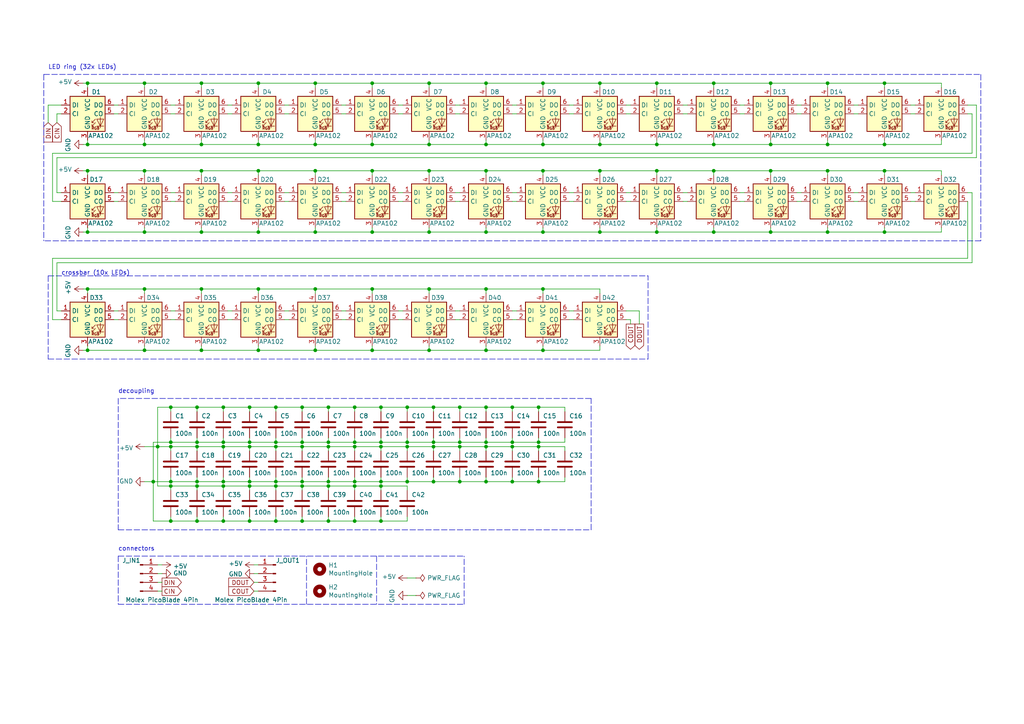
<source format=kicad_sch>
(kicad_sch (version 20211123) (generator eeschema)
  (paper "A4")
  (junction (at 124.46 49.53))
  (junction (at 148.59 129.54))
  (junction (at 80.01 140.97))
  (junction (at 140.97 49.53))
  (junction (at 173.99 41.91))
  (junction (at 157.48 83.82))
  (junction (at 87.63 151.13))
  (junction (at 25.4 41.91))
  (junction (at 223.52 49.53))
  (junction (at 156.21 118.11))
  (junction (at 240.03 49.53))
  (junction (at 240.03 41.91))
  (junction (at 140.97 118.11))
  (junction (at 72.39 128.27))
  (junction (at 223.52 67.31))
  (junction (at 64.77 140.97))
  (junction (at 80.01 139.7))
  (junction (at 140.97 101.6))
  (junction (at 156.21 139.7))
  (junction (at 49.53 151.13))
  (junction (at 157.48 41.91))
  (junction (at 124.46 101.6))
  (junction (at 102.87 151.13))
  (junction (at 190.5 41.91))
  (junction (at 74.93 41.91))
  (junction (at 125.73 129.54))
  (junction (at 58.42 101.6))
  (junction (at 110.49 129.54))
  (junction (at 72.39 139.7))
  (junction (at 110.49 139.7))
  (junction (at 125.73 139.7))
  (junction (at 133.35 139.7))
  (junction (at 57.15 139.7))
  (junction (at 58.42 41.91))
  (junction (at 207.01 49.53))
  (junction (at 74.93 67.31))
  (junction (at 223.52 24.13))
  (junction (at 118.11 128.27))
  (junction (at 58.42 49.53))
  (junction (at 140.97 129.54))
  (junction (at 223.52 41.91))
  (junction (at 74.93 49.53))
  (junction (at 41.91 101.6))
  (junction (at 95.25 129.54))
  (junction (at 156.21 128.27))
  (junction (at 140.97 139.7))
  (junction (at 64.77 139.7))
  (junction (at 95.25 140.97))
  (junction (at 87.63 139.7))
  (junction (at 190.5 67.31))
  (junction (at 118.11 129.54))
  (junction (at 110.49 118.11))
  (junction (at 256.54 41.91))
  (junction (at 133.35 128.27))
  (junction (at 256.54 67.31))
  (junction (at 91.44 101.6))
  (junction (at 157.48 67.31))
  (junction (at 110.49 151.13))
  (junction (at 41.91 41.91))
  (junction (at 240.03 24.13))
  (junction (at 25.4 49.53))
  (junction (at 72.39 140.97))
  (junction (at 133.35 118.11))
  (junction (at 207.01 67.31))
  (junction (at 58.42 83.82))
  (junction (at 157.48 49.53))
  (junction (at 95.25 128.27))
  (junction (at 118.11 139.7))
  (junction (at 41.91 24.13))
  (junction (at 102.87 139.7))
  (junction (at 148.59 139.7))
  (junction (at 256.54 24.13))
  (junction (at 110.49 128.27))
  (junction (at 64.77 128.27))
  (junction (at 157.48 101.6))
  (junction (at 72.39 129.54))
  (junction (at 49.53 139.7))
  (junction (at 240.03 67.31))
  (junction (at 148.59 128.27))
  (junction (at 49.53 129.54))
  (junction (at 87.63 118.11))
  (junction (at 91.44 83.82))
  (junction (at 102.87 140.97))
  (junction (at 91.44 67.31))
  (junction (at 124.46 41.91))
  (junction (at 49.53 118.11))
  (junction (at 64.77 129.54))
  (junction (at 110.49 140.97))
  (junction (at 74.93 101.6))
  (junction (at 41.91 49.53))
  (junction (at 41.91 83.82))
  (junction (at 125.73 128.27))
  (junction (at 57.15 128.27))
  (junction (at 124.46 24.13))
  (junction (at 140.97 83.82))
  (junction (at 25.4 67.31))
  (junction (at 57.15 151.13))
  (junction (at 91.44 24.13))
  (junction (at 80.01 118.11))
  (junction (at 107.95 49.53))
  (junction (at 107.95 101.6))
  (junction (at 25.4 83.82))
  (junction (at 64.77 151.13))
  (junction (at 140.97 128.27))
  (junction (at 256.54 49.53))
  (junction (at 49.53 128.27))
  (junction (at 140.97 41.91))
  (junction (at 102.87 118.11))
  (junction (at 57.15 118.11))
  (junction (at 25.4 24.13))
  (junction (at 57.15 140.97))
  (junction (at 72.39 151.13))
  (junction (at 80.01 128.27))
  (junction (at 74.93 83.82))
  (junction (at 91.44 41.91))
  (junction (at 107.95 24.13))
  (junction (at 87.63 128.27))
  (junction (at 102.87 129.54))
  (junction (at 173.99 24.13))
  (junction (at 64.77 118.11))
  (junction (at 107.95 83.82))
  (junction (at 72.39 118.11))
  (junction (at 124.46 83.82))
  (junction (at 107.95 41.91))
  (junction (at 125.73 118.11))
  (junction (at 80.01 129.54))
  (junction (at 124.46 67.31))
  (junction (at 140.97 67.31))
  (junction (at 157.48 24.13))
  (junction (at 45.72 129.54))
  (junction (at 133.35 129.54))
  (junction (at 58.42 67.31))
  (junction (at 95.25 151.13))
  (junction (at 58.42 24.13))
  (junction (at 156.21 129.54))
  (junction (at 207.01 41.91))
  (junction (at 87.63 129.54))
  (junction (at 140.97 24.13))
  (junction (at 102.87 128.27))
  (junction (at 49.53 140.97))
  (junction (at 91.44 49.53))
  (junction (at 118.11 118.11))
  (junction (at 190.5 49.53))
  (junction (at 95.25 139.7))
  (junction (at 74.93 24.13))
  (junction (at 87.63 140.97))
  (junction (at 107.95 67.31))
  (junction (at 41.91 67.31))
  (junction (at 207.01 24.13))
  (junction (at 148.59 118.11))
  (junction (at 80.01 151.13))
  (junction (at 95.25 118.11))
  (junction (at 190.5 24.13))
  (junction (at 25.4 101.6))
  (junction (at 173.99 67.31))
  (junction (at 44.45 139.7))
  (junction (at 173.99 49.53))
  (junction (at 57.15 129.54))
  (wire (pts (xy 25.4 100.33) (xy 25.4 101.6)))
  (wire (pts (xy 223.52 67.31) (xy 240.03 67.31)))
  (wire (pts (xy 107.95 49.53) (xy 91.44 49.53)))
  (wire (pts (xy 173.99 67.31) (xy 173.99 66.04)))
  (wire (pts (xy 133.35 128.27) (xy 140.97 128.27)))
  (polyline (pts (xy 34.29 153.67) (xy 171.45 153.67)))
  (wire (pts (xy 173.99 24.13) (xy 173.99 25.4)))
  (wire (pts (xy 45.72 129.54) (xy 49.53 129.54)))
  (polyline (pts (xy 109.22 161.29) (xy 109.22 175.26)))
  (wire (pts (xy 41.91 101.6) (xy 58.42 101.6)))
  (wire (pts (xy 24.13 83.82) (xy 25.4 83.82)))
  (wire (pts (xy 223.52 66.04) (xy 223.52 67.31)))
  (wire (pts (xy 72.39 151.13) (xy 64.77 151.13)))
  (wire (pts (xy 46.99 163.83) (xy 45.72 163.83)))
  (wire (pts (xy 33.02 33.02) (xy 34.29 33.02)))
  (wire (pts (xy 173.99 101.6) (xy 173.99 100.33)))
  (wire (pts (xy 116.84 58.42) (xy 115.57 58.42)))
  (wire (pts (xy 182.88 30.48) (xy 181.61 30.48)))
  (wire (pts (xy 100.33 55.88) (xy 99.06 55.88)))
  (wire (pts (xy 157.48 24.13) (xy 173.99 24.13)))
  (wire (pts (xy 110.49 128.27) (xy 118.11 128.27)))
  (wire (pts (xy 133.35 139.7) (xy 140.97 139.7)))
  (wire (pts (xy 80.01 118.11) (xy 87.63 118.11)))
  (wire (pts (xy 118.11 119.38) (xy 118.11 118.11)))
  (wire (pts (xy 148.59 129.54) (xy 156.21 129.54)))
  (wire (pts (xy 80.01 119.38) (xy 80.01 118.11)))
  (wire (pts (xy 34.29 55.88) (xy 33.02 55.88)))
  (wire (pts (xy 83.82 55.88) (xy 82.55 55.88)))
  (wire (pts (xy 118.11 167.64) (xy 120.65 167.64)))
  (wire (pts (xy 95.25 142.24) (xy 95.25 140.97)))
  (wire (pts (xy 273.05 67.31) (xy 273.05 66.04)))
  (wire (pts (xy 16.51 90.17) (xy 17.78 90.17)))
  (polyline (pts (xy 34.29 161.29) (xy 134.62 161.29)))
  (wire (pts (xy 149.86 55.88) (xy 148.59 55.88)))
  (wire (pts (xy 87.63 128.27) (xy 87.63 127)))
  (wire (pts (xy 74.93 168.91) (xy 73.66 168.91)))
  (wire (pts (xy 102.87 118.11) (xy 110.49 118.11)))
  (wire (pts (xy 34.29 30.48) (xy 33.02 30.48)))
  (wire (pts (xy 25.4 49.53) (xy 25.4 50.8)))
  (wire (pts (xy 91.44 85.09) (xy 91.44 83.82)))
  (wire (pts (xy 223.52 49.53) (xy 240.03 49.53)))
  (wire (pts (xy 25.4 24.13) (xy 41.91 24.13)))
  (wire (pts (xy 124.46 100.33) (xy 124.46 101.6)))
  (wire (pts (xy 118.11 140.97) (xy 118.11 142.24)))
  (wire (pts (xy 87.63 140.97) (xy 95.25 140.97)))
  (wire (pts (xy 140.97 67.31) (xy 157.48 67.31)))
  (wire (pts (xy 25.4 67.31) (xy 41.91 67.31)))
  (wire (pts (xy 25.4 85.09) (xy 25.4 83.82)))
  (wire (pts (xy 140.97 129.54) (xy 148.59 129.54)))
  (wire (pts (xy 163.83 128.27) (xy 163.83 127)))
  (wire (pts (xy 163.83 119.38) (xy 163.83 118.11)))
  (wire (pts (xy 140.97 49.53) (xy 140.97 50.8)))
  (wire (pts (xy 74.93 67.31) (xy 91.44 67.31)))
  (wire (pts (xy 156.21 119.38) (xy 156.21 118.11)))
  (wire (pts (xy 80.01 140.97) (xy 87.63 140.97)))
  (wire (pts (xy 24.13 67.31) (xy 25.4 67.31)))
  (wire (pts (xy 49.53 58.42) (xy 50.8 58.42)))
  (wire (pts (xy 82.55 58.42) (xy 83.82 58.42)))
  (wire (pts (xy 24.13 101.6) (xy 25.4 101.6)))
  (wire (pts (xy 45.72 118.11) (xy 49.53 118.11)))
  (wire (pts (xy 49.53 33.02) (xy 50.8 33.02)))
  (wire (pts (xy 74.93 171.45) (xy 73.66 171.45)))
  (wire (pts (xy 102.87 129.54) (xy 110.49 129.54)))
  (wire (pts (xy 64.77 151.13) (xy 57.15 151.13)))
  (wire (pts (xy 133.35 92.71) (xy 132.08 92.71)))
  (wire (pts (xy 74.93 66.04) (xy 74.93 67.31)))
  (wire (pts (xy 95.25 129.54) (xy 102.87 129.54)))
  (wire (pts (xy 95.25 139.7) (xy 102.87 139.7)))
  (wire (pts (xy 91.44 49.53) (xy 91.44 50.8)))
  (wire (pts (xy 273.05 24.13) (xy 273.05 25.4)))
  (wire (pts (xy 64.77 139.7) (xy 64.77 138.43)))
  (wire (pts (xy 58.42 85.09) (xy 58.42 83.82)))
  (wire (pts (xy 140.97 139.7) (xy 140.97 138.43)))
  (wire (pts (xy 256.54 41.91) (xy 273.05 41.91)))
  (wire (pts (xy 110.49 118.11) (xy 118.11 118.11)))
  (wire (pts (xy 207.01 24.13) (xy 207.01 25.4)))
  (wire (pts (xy 25.4 83.82) (xy 41.91 83.82)))
  (wire (pts (xy 140.97 41.91) (xy 157.48 41.91)))
  (wire (pts (xy 256.54 41.91) (xy 256.54 40.64)))
  (wire (pts (xy 256.54 67.31) (xy 273.05 67.31)))
  (wire (pts (xy 57.15 129.54) (xy 57.15 130.81)))
  (wire (pts (xy 87.63 151.13) (xy 80.01 151.13)))
  (wire (pts (xy 181.61 90.17) (xy 185.42 90.17)))
  (wire (pts (xy 281.94 55.88) (xy 280.67 55.88)))
  (wire (pts (xy 157.48 49.53) (xy 157.48 50.8)))
  (wire (pts (xy 72.39 119.38) (xy 72.39 118.11)))
  (wire (pts (xy 87.63 129.54) (xy 87.63 130.81)))
  (wire (pts (xy 140.97 83.82) (xy 124.46 83.82)))
  (wire (pts (xy 102.87 142.24) (xy 102.87 140.97)))
  (wire (pts (xy 99.06 92.71) (xy 100.33 92.71)))
  (polyline (pts (xy 12.7 21.59) (xy 12.7 69.85)))
  (wire (pts (xy 149.86 30.48) (xy 148.59 30.48)))
  (wire (pts (xy 256.54 24.13) (xy 256.54 25.4)))
  (wire (pts (xy 102.87 139.7) (xy 110.49 139.7)))
  (wire (pts (xy 149.86 92.71) (xy 148.59 92.71)))
  (wire (pts (xy 223.52 41.91) (xy 223.52 40.64)))
  (polyline (pts (xy 34.29 115.57) (xy 34.29 153.67)))
  (wire (pts (xy 232.41 30.48) (xy 231.14 30.48)))
  (wire (pts (xy 57.15 118.11) (xy 64.77 118.11)))
  (wire (pts (xy 73.66 166.37) (xy 74.93 166.37)))
  (wire (pts (xy 49.53 129.54) (xy 57.15 129.54)))
  (wire (pts (xy 173.99 24.13) (xy 190.5 24.13)))
  (wire (pts (xy 140.97 24.13) (xy 140.97 25.4)))
  (wire (pts (xy 33.02 92.71) (xy 34.29 92.71)))
  (wire (pts (xy 107.95 41.91) (xy 107.95 40.64)))
  (wire (pts (xy 72.39 128.27) (xy 72.39 127)))
  (wire (pts (xy 273.05 49.53) (xy 273.05 50.8)))
  (wire (pts (xy 140.97 24.13) (xy 157.48 24.13)))
  (wire (pts (xy 87.63 118.11) (xy 87.63 119.38)))
  (wire (pts (xy 173.99 67.31) (xy 190.5 67.31)))
  (wire (pts (xy 34.29 90.17) (xy 33.02 90.17)))
  (wire (pts (xy 207.01 67.31) (xy 223.52 67.31)))
  (wire (pts (xy 157.48 67.31) (xy 157.48 66.04)))
  (wire (pts (xy 125.73 118.11) (xy 133.35 118.11)))
  (wire (pts (xy 118.11 129.54) (xy 125.73 129.54)))
  (wire (pts (xy 231.14 58.42) (xy 232.41 58.42)))
  (wire (pts (xy 157.48 41.91) (xy 157.48 40.64)))
  (wire (pts (xy 140.97 118.11) (xy 148.59 118.11)))
  (wire (pts (xy 49.53 139.7) (xy 49.53 138.43)))
  (wire (pts (xy 44.45 128.27) (xy 44.45 139.7)))
  (wire (pts (xy 156.21 118.11) (xy 163.83 118.11)))
  (wire (pts (xy 240.03 49.53) (xy 256.54 49.53)))
  (wire (pts (xy 232.41 33.02) (xy 231.14 33.02)))
  (wire (pts (xy 240.03 25.4) (xy 240.03 24.13)))
  (wire (pts (xy 80.01 129.54) (xy 80.01 130.81)))
  (wire (pts (xy 41.91 24.13) (xy 58.42 24.13)))
  (wire (pts (xy 124.46 41.91) (xy 140.97 41.91)))
  (polyline (pts (xy 34.29 175.26) (xy 134.62 175.26)))
  (wire (pts (xy 124.46 49.53) (xy 124.46 50.8)))
  (wire (pts (xy 82.55 92.71) (xy 83.82 92.71)))
  (wire (pts (xy 17.78 92.71) (xy 15.24 92.71)))
  (wire (pts (xy 110.49 140.97) (xy 110.49 142.24)))
  (wire (pts (xy 140.97 101.6) (xy 140.97 100.33)))
  (wire (pts (xy 281.94 76.2) (xy 281.94 55.88)))
  (wire (pts (xy 240.03 41.91) (xy 240.03 40.64)))
  (wire (pts (xy 124.46 41.91) (xy 124.46 40.64)))
  (wire (pts (xy 41.91 85.09) (xy 41.91 83.82)))
  (wire (pts (xy 41.91 139.7) (xy 44.45 139.7)))
  (wire (pts (xy 58.42 49.53) (xy 41.91 49.53)))
  (wire (pts (xy 74.93 24.13) (xy 58.42 24.13)))
  (wire (pts (xy 182.88 55.88) (xy 181.61 55.88)))
  (wire (pts (xy 198.12 33.02) (xy 199.39 33.02)))
  (wire (pts (xy 64.77 140.97) (xy 64.77 142.24)))
  (wire (pts (xy 13.97 35.56) (xy 13.97 30.48)))
  (wire (pts (xy 91.44 49.53) (xy 74.93 49.53)))
  (wire (pts (xy 24.13 49.53) (xy 25.4 49.53)))
  (wire (pts (xy 91.44 67.31) (xy 107.95 67.31)))
  (wire (pts (xy 49.53 140.97) (xy 45.72 140.97)))
  (polyline (pts (xy 171.45 153.67) (xy 171.45 115.57)))
  (wire (pts (xy 120.65 172.72) (xy 118.11 172.72)))
  (wire (pts (xy 166.37 30.48) (xy 165.1 30.48)))
  (wire (pts (xy 165.1 58.42) (xy 166.37 58.42)))
  (wire (pts (xy 265.43 58.42) (xy 264.16 58.42)))
  (polyline (pts (xy 13.97 80.01) (xy 187.96 80.01)))
  (wire (pts (xy 148.59 90.17) (xy 149.86 90.17)))
  (wire (pts (xy 133.35 118.11) (xy 140.97 118.11)))
  (wire (pts (xy 64.77 129.54) (xy 72.39 129.54)))
  (wire (pts (xy 80.01 128.27) (xy 72.39 128.27)))
  (wire (pts (xy 95.25 118.11) (xy 102.87 118.11)))
  (wire (pts (xy 49.53 119.38) (xy 49.53 118.11)))
  (wire (pts (xy 240.03 67.31) (xy 256.54 67.31)))
  (wire (pts (xy 57.15 139.7) (xy 49.53 139.7)))
  (wire (pts (xy 95.25 140.97) (xy 102.87 140.97)))
  (wire (pts (xy 87.63 139.7) (xy 80.01 139.7)))
  (wire (pts (xy 74.93 49.53) (xy 74.93 50.8)))
  (wire (pts (xy 115.57 90.17) (xy 116.84 90.17)))
  (wire (pts (xy 107.95 85.09) (xy 107.95 83.82)))
  (wire (pts (xy 110.49 129.54) (xy 110.49 130.81)))
  (wire (pts (xy 87.63 139.7) (xy 87.63 138.43)))
  (wire (pts (xy 264.16 55.88) (xy 265.43 55.88)))
  (wire (pts (xy 24.13 41.91) (xy 25.4 41.91)))
  (wire (pts (xy 256.54 49.53) (xy 256.54 50.8)))
  (wire (pts (xy 74.93 41.91) (xy 74.93 40.64)))
  (wire (pts (xy 148.59 33.02) (xy 149.86 33.02)))
  (wire (pts (xy 247.65 58.42) (xy 248.92 58.42)))
  (wire (pts (xy 80.01 128.27) (xy 80.01 127)))
  (wire (pts (xy 91.44 100.33) (xy 91.44 101.6)))
  (wire (pts (xy 107.95 100.33) (xy 107.95 101.6)))
  (wire (pts (xy 207.01 49.53) (xy 190.5 49.53)))
  (wire (pts (xy 74.93 41.91) (xy 91.44 41.91)))
  (wire (pts (xy 25.4 101.6) (xy 41.91 101.6)))
  (wire (pts (xy 140.97 85.09) (xy 140.97 83.82)))
  (wire (pts (xy 49.53 92.71) (xy 50.8 92.71)))
  (wire (pts (xy 102.87 119.38) (xy 102.87 118.11)))
  (wire (pts (xy 67.31 30.48) (xy 66.04 30.48)))
  (wire (pts (xy 64.77 151.13) (xy 64.77 149.86)))
  (wire (pts (xy 118.11 139.7) (xy 125.73 139.7)))
  (wire (pts (xy 110.49 139.7) (xy 118.11 139.7)))
  (wire (pts (xy 102.87 128.27) (xy 110.49 128.27)))
  (wire (pts (xy 273.05 41.91) (xy 273.05 40.64)))
  (wire (pts (xy 58.42 83.82) (xy 74.93 83.82)))
  (wire (pts (xy 107.95 67.31) (xy 124.46 67.31)))
  (wire (pts (xy 80.01 129.54) (xy 87.63 129.54)))
  (wire (pts (xy 124.46 66.04) (xy 124.46 67.31)))
  (wire (pts (xy 207.01 24.13) (xy 223.52 24.13)))
  (wire (pts (xy 72.39 129.54) (xy 72.39 130.81)))
  (wire (pts (xy 72.39 139.7) (xy 64.77 139.7)))
  (wire (pts (xy 33.02 58.42) (xy 34.29 58.42)))
  (wire (pts (xy 58.42 101.6) (xy 74.93 101.6)))
  (polyline (pts (xy 187.96 104.14) (xy 187.96 80.01)))
  (wire (pts (xy 116.84 55.88) (xy 115.57 55.88)))
  (wire (pts (xy 148.59 58.42) (xy 149.86 58.42)))
  (polyline (pts (xy 284.48 69.85) (xy 12.7 69.85)))
  (wire (pts (xy 156.21 130.81) (xy 156.21 129.54)))
  (wire (pts (xy 157.48 49.53) (xy 140.97 49.53)))
  (wire (pts (xy 133.35 55.88) (xy 132.08 55.88)))
  (wire (pts (xy 95.25 130.81) (xy 95.25 129.54)))
  (wire (pts (xy 87.63 139.7) (xy 95.25 139.7)))
  (wire (pts (xy 107.95 25.4) (xy 107.95 24.13)))
  (wire (pts (xy 41.91 41.91) (xy 58.42 41.91)))
  (wire (pts (xy 140.97 128.27) (xy 140.97 127)))
  (wire (pts (xy 182.88 93.98) (xy 182.88 92.71)))
  (wire (pts (xy 198.12 58.42) (xy 199.39 58.42)))
  (wire (pts (xy 156.21 128.27) (xy 163.83 128.27)))
  (wire (pts (xy 57.15 140.97) (xy 57.15 142.24)))
  (wire (pts (xy 256.54 67.31) (xy 256.54 66.04)))
  (wire (pts (xy 118.11 151.13) (xy 118.11 149.86)))
  (wire (pts (xy 165.1 33.02) (xy 166.37 33.02)))
  (wire (pts (xy 148.59 130.81) (xy 148.59 129.54)))
  (wire (pts (xy 95.25 128.27) (xy 102.87 128.27)))
  (wire (pts (xy 91.44 101.6) (xy 107.95 101.6)))
  (wire (pts (xy 74.93 101.6) (xy 91.44 101.6)))
  (wire (pts (xy 74.93 25.4) (xy 74.93 24.13)))
  (wire (pts (xy 133.35 129.54) (xy 133.35 130.81)))
  (wire (pts (xy 181.61 33.02) (xy 182.88 33.02)))
  (wire (pts (xy 64.77 128.27) (xy 57.15 128.27)))
  (wire (pts (xy 133.35 128.27) (xy 133.35 127)))
  (wire (pts (xy 80.01 151.13) (xy 80.01 149.86)))
  (wire (pts (xy 41.91 100.33) (xy 41.91 101.6)))
  (wire (pts (xy 102.87 139.7) (xy 102.87 138.43)))
  (wire (pts (xy 133.35 30.48) (xy 132.08 30.48)))
  (wire (pts (xy 124.46 85.09) (xy 124.46 83.82)))
  (wire (pts (xy 13.97 30.48) (xy 17.78 30.48)))
  (wire (pts (xy 64.77 140.97) (xy 72.39 140.97)))
  (wire (pts (xy 157.48 24.13) (xy 157.48 25.4)))
  (wire (pts (xy 45.72 140.97) (xy 45.72 129.54)))
  (wire (pts (xy 148.59 139.7) (xy 148.59 138.43)))
  (wire (pts (xy 190.5 41.91) (xy 190.5 40.64)))
  (wire (pts (xy 72.39 140.97) (xy 72.39 142.24)))
  (wire (pts (xy 16.51 45.72) (xy 283.21 45.72)))
  (wire (pts (xy 124.46 25.4) (xy 124.46 24.13)))
  (wire (pts (xy 156.21 128.27) (xy 156.21 127)))
  (wire (pts (xy 125.73 139.7) (xy 133.35 139.7)))
  (wire (pts (xy 41.91 67.31) (xy 58.42 67.31)))
  (wire (pts (xy 72.39 139.7) (xy 72.39 138.43)))
  (wire (pts (xy 73.66 163.83) (xy 74.93 163.83)))
  (wire (pts (xy 140.97 139.7) (xy 148.59 139.7)))
  (wire (pts (xy 190.5 41.91) (xy 207.01 41.91)))
  (wire (pts (xy 64.77 129.54) (xy 64.77 130.81)))
  (wire (pts (xy 280.67 33.02) (xy 281.94 33.02)))
  (wire (pts (xy 25.4 24.13) (xy 25.4 25.4)))
  (wire (pts (xy 49.53 142.24) (xy 49.53 140.97)))
  (wire (pts (xy 173.99 41.91) (xy 173.99 40.64)))
  (wire (pts (xy 87.63 129.54) (xy 95.25 129.54)))
  (wire (pts (xy 140.97 49.53) (xy 124.46 49.53)))
  (wire (pts (xy 82.55 33.02) (xy 83.82 33.02)))
  (wire (pts (xy 124.46 101.6) (xy 140.97 101.6)))
  (wire (pts (xy 91.44 66.04) (xy 91.44 67.31)))
  (wire (pts (xy 100.33 30.48) (xy 99.06 30.48)))
  (wire (pts (xy 58.42 49.53) (xy 58.42 50.8)))
  (wire (pts (xy 49.53 130.81) (xy 49.53 129.54)))
  (wire (pts (xy 232.41 55.88) (xy 231.14 55.88)))
  (wire (pts (xy 67.31 55.88) (xy 66.04 55.88)))
  (wire (pts (xy 280.67 30.48) (xy 283.21 30.48)))
  (wire (pts (xy 25.4 41.91) (xy 41.91 41.91)))
  (wire (pts (xy 41.91 83.82) (xy 58.42 83.82)))
  (wire (pts (xy 72.39 129.54) (xy 80.01 129.54)))
  (wire (pts (xy 16.51 76.2) (xy 281.94 76.2)))
  (wire (pts (xy 41.91 129.54) (xy 45.72 129.54)))
  (wire (pts (xy 240.03 24.13) (xy 256.54 24.13)))
  (wire (pts (xy 140.97 130.81) (xy 140.97 129.54)))
  (wire (pts (xy 133.35 139.7) (xy 133.35 138.43)))
  (wire (pts (xy 66.04 33.02) (xy 67.31 33.02)))
  (wire (pts (xy 74.93 85.09) (xy 74.93 83.82)))
  (wire (pts (xy 57.15 139.7) (xy 57.15 138.43)))
  (wire (pts (xy 240.03 41.91) (xy 256.54 41.91)))
  (wire (pts (xy 17.78 55.88) (xy 16.51 55.88)))
  (wire (pts (xy 118.11 118.11) (xy 125.73 118.11)))
  (wire (pts (xy 45.72 129.54) (xy 45.72 118.11)))
  (wire (pts (xy 102.87 151.13) (xy 110.49 151.13)))
  (wire (pts (xy 107.95 66.04) (xy 107.95 67.31)))
  (wire (pts (xy 165.1 90.17) (xy 166.37 90.17)))
  (wire (pts (xy 72.39 128.27) (xy 64.77 128.27)))
  (wire (pts (xy 248.92 55.88) (xy 247.65 55.88)))
  (wire (pts (xy 173.99 49.53) (xy 157.48 49.53)))
  (wire (pts (xy 110.49 128.27) (xy 110.49 127)))
  (wire (pts (xy 207.01 41.91) (xy 223.52 41.91)))
  (wire (pts (xy 67.31 90.17) (xy 66.04 90.17)))
  (wire (pts (xy 57.15 151.13) (xy 57.15 149.86)))
  (wire (pts (xy 107.95 83.82) (xy 124.46 83.82)))
  (wire (pts (xy 115.57 33.02) (xy 116.84 33.02)))
  (wire (pts (xy 173.99 83.82) (xy 157.48 83.82)))
  (wire (pts (xy 16.51 55.88) (xy 16.51 45.72)))
  (wire (pts (xy 80.01 139.7) (xy 72.39 139.7)))
  (wire (pts (xy 102.87 130.81) (xy 102.87 129.54)))
  (wire (pts (xy 157.48 101.6) (xy 173.99 101.6)))
  (wire (pts (xy 140.97 101.6) (xy 157.48 101.6)))
  (wire (pts (xy 223.52 50.8) (xy 223.52 49.53)))
  (wire (pts (xy 110.49 139.7) (xy 110.49 138.43)))
  (wire (pts (xy 25.4 41.91) (xy 25.4 40.64)))
  (wire (pts (xy 15.24 74.93) (xy 15.24 92.71)))
  (wire (pts (xy 157.48 83.82) (xy 140.97 83.82)))
  (wire (pts (xy 80.01 140.97) (xy 80.01 142.24)))
  (wire (pts (xy 74.93 49.53) (xy 58.42 49.53)))
  (wire (pts (xy 87.63 140.97) (xy 87.63 142.24)))
  (wire (pts (xy 190.5 24.13) (xy 207.01 24.13)))
  (wire (pts (xy 57.15 151.13) (xy 49.53 151.13)))
  (wire (pts (xy 240.03 67.31) (xy 240.03 66.04)))
  (wire (pts (xy 207.01 41.91) (xy 207.01 40.64)))
  (wire (pts (xy 173.99 49.53) (xy 173.99 50.8)))
  (wire (pts (xy 163.83 129.54) (xy 163.83 130.81)))
  (wire (pts (xy 15.24 44.45) (xy 15.24 58.42)))
  (wire (pts (xy 156.21 139.7) (xy 156.21 138.43)))
  (wire (pts (xy 41.91 25.4) (xy 41.91 24.13)))
  (wire (pts (xy 41.91 49.53) (xy 41.91 50.8)))
  (wire (pts (xy 95.25 151.13) (xy 102.87 151.13)))
  (wire (pts (xy 49.53 140.97) (xy 57.15 140.97)))
  (wire (pts (xy 95.25 119.38) (xy 95.25 118.11)))
  (wire (pts (xy 74.93 100.33) (xy 74.93 101.6)))
  (polyline (pts (xy 12.7 21.59) (xy 284.48 21.59)))
  (wire (pts (xy 132.08 33.02) (xy 133.35 33.02)))
  (polyline (pts (xy 13.97 80.01) (xy 13.97 104.14)))
  (wire (pts (xy 190.5 49.53) (xy 173.99 49.53)))
  (wire (pts (xy 102.87 151.13) (xy 102.87 149.86)))
  (wire (pts (xy 58.42 67.31) (xy 74.93 67.31)))
  (wire (pts (xy 107.95 101.6) (xy 124.46 101.6)))
  (polyline (pts (xy 134.62 175.26) (xy 134.62 161.29)))
  (wire (pts (xy 74.93 24.13) (xy 91.44 24.13)))
  (wire (pts (xy 95.25 139.7) (xy 95.25 138.43)))
  (wire (pts (xy 124.46 24.13) (xy 140.97 24.13)))
  (wire (pts (xy 148.59 119.38) (xy 148.59 118.11)))
  (wire (pts (xy 140.97 41.91) (xy 140.97 40.64)))
  (wire (pts (xy 107.95 49.53) (xy 107.95 50.8)))
  (wire (pts (xy 163.83 139.7) (xy 163.83 138.43)))
  (wire (pts (xy 64.77 139.7) (xy 57.15 139.7)))
  (wire (pts (xy 57.15 119.38) (xy 57.15 118.11)))
  (wire (pts (xy 58.42 67.31) (xy 58.42 66.04)))
  (wire (pts (xy 181.61 58.42) (xy 182.88 58.42)))
  (wire (pts (xy 182.88 92.71) (xy 181.61 92.71)))
  (wire (pts (xy 49.53 128.27) (xy 44.45 128.27)))
  (wire (pts (xy 16.51 76.2) (xy 16.51 90.17)))
  (wire (pts (xy 190.5 67.31) (xy 190.5 66.04)))
  (wire (pts (xy 185.42 93.98) (xy 185.42 90.17)))
  (wire (pts (xy 83.82 90.17) (xy 82.55 90.17)))
  (wire (pts (xy 280.67 58.42) (xy 280.67 74.93)))
  (wire (pts (xy 116.84 30.48) (xy 115.57 30.48)))
  (wire (pts (xy 91.44 41.91) (xy 107.95 41.91)))
  (wire (pts (xy 66.04 58.42) (xy 67.31 58.42)))
  (wire (pts (xy 190.5 24.13) (xy 190.5 25.4)))
  (wire (pts (xy 50.8 30.48) (xy 49.53 30.48)))
  (wire (pts (xy 157.48 41.91) (xy 173.99 41.91)))
  (wire (pts (xy 110.49 140.97) (xy 118.11 140.97)))
  (wire (pts (xy 125.73 119.38) (xy 125.73 118.11)))
  (wire (pts (xy 58.42 100.33) (xy 58.42 101.6)))
  (wire (pts (xy 87.63 128.27) (xy 80.01 128.27)))
  (wire (pts (xy 116.84 92.71) (xy 115.57 92.71)))
  (wire (pts (xy 148.59 139.7) (xy 156.21 139.7)))
  (wire (pts (xy 124.46 49.53) (xy 107.95 49.53)))
  (wire (pts (xy 15.24 58.42) (xy 17.78 58.42)))
  (wire (pts (xy 24.13 24.13) (xy 25.4 24.13)))
  (wire (pts (xy 80.01 151.13) (xy 72.39 151.13)))
  (wire (pts (xy 124.46 67.31) (xy 140.97 67.31)))
  (wire (pts (xy 214.63 30.48) (xy 215.9 30.48)))
  (wire (pts (xy 199.39 30.48) (xy 198.12 30.48)))
  (wire (pts (xy 87.63 118.11) (xy 95.25 118.11)))
  (wire (pts (xy 41.91 49.53) (xy 25.4 49.53)))
  (wire (pts (xy 74.93 83.82) (xy 91.44 83.82)))
  (wire (pts (xy 125.73 128.27) (xy 133.35 128.27)))
  (wire (pts (xy 173.99 41.91) (xy 190.5 41.91)))
  (wire (pts (xy 125.73 129.54) (xy 125.73 130.81)))
  (wire (pts (xy 58.42 25.4) (xy 58.42 24.13)))
  (wire (pts (xy 50.8 55.88) (xy 49.53 55.88)))
  (wire (pts (xy 214.63 58.42) (xy 215.9 58.42)))
  (wire (pts (xy 16.51 33.02) (xy 17.78 33.02)))
  (wire (pts (xy 207.01 49.53) (xy 223.52 49.53)))
  (wire (pts (xy 72.39 118.11) (xy 80.01 118.11)))
  (polyline (pts (xy 171.45 115.57) (xy 34.29 115.57)))
  (wire (pts (xy 148.59 128.27) (xy 148.59 127)))
  (wire (pts (xy 87.63 128.27) (xy 95.25 128.27)))
  (wire (pts (xy 25.4 66.04) (xy 25.4 67.31)))
  (wire (pts (xy 140.97 66.04) (xy 140.97 67.31)))
  (wire (pts (xy 91.44 41.91) (xy 91.44 40.64)))
  (wire (pts (xy 215.9 55.88) (xy 214.63 55.88)))
  (wire (pts (xy 248.92 33.02) (xy 247.65 33.02)))
  (wire (pts (xy 166.37 92.71) (xy 165.1 92.71)))
  (wire (pts (xy 281.94 33.02) (xy 281.94 44.45)))
  (wire (pts (xy 64.77 119.38) (xy 64.77 118.11)))
  (wire (pts (xy 16.51 35.56) (xy 16.51 33.02)))
  (wire (pts (xy 157.48 101.6) (xy 157.48 100.33)))
  (wire (pts (xy 91.44 24.13) (xy 107.95 24.13)))
  (wire (pts (xy 87.63 151.13) (xy 87.63 149.86)))
  (wire (pts (xy 15.24 74.93) (xy 280.67 74.93)))
  (wire (pts (xy 107.95 41.91) (xy 124.46 41.91)))
  (wire (pts (xy 190.5 49.53) (xy 190.5 50.8)))
  (wire (pts (xy 49.53 128.27) (xy 49.53 127)))
  (wire (pts (xy 45.72 168.91) (xy 46.99 168.91)))
  (wire (pts (xy 223.52 41.91) (xy 240.03 41.91)))
  (wire (pts (xy 91.44 83.82) (xy 107.95 83.82)))
  (wire (pts (xy 50.8 90.17) (xy 49.53 90.17)))
  (wire (pts (xy 102.87 140.97) (xy 110.49 140.97)))
  (wire (pts (xy 110.49 151.13) (xy 110.49 149.86)))
  (wire (pts (xy 156.21 139.7) (xy 163.83 139.7)))
  (wire (pts (xy 240.03 49.53) (xy 240.03 50.8)))
  (wire (pts (xy 72.39 140.97) (xy 80.01 140.97)))
  (wire (pts (xy 140.97 128.27) (xy 148.59 128.27)))
  (wire (pts (xy 133.35 118.11) (xy 133.35 119.38)))
  (wire (pts (xy 95.25 151.13) (xy 95.25 149.86)))
  (wire (pts (xy 58.42 41.91) (xy 74.93 41.91)))
  (wire (pts (xy 118.11 139.7) (xy 118.11 138.43)))
  (polyline (pts (xy 284.48 21.59) (xy 284.48 69.85)))
  (wire (pts (xy 132.08 90.17) (xy 133.35 90.17)))
  (wire (pts (xy 132.08 58.42) (xy 133.35 58.42)))
  (wire (pts (xy 66.04 92.71) (xy 67.31 92.71)))
  (wire (pts (xy 57.15 128.27) (xy 49.53 128.27)))
  (wire (pts (xy 95.25 128.27) (xy 95.25 127)))
  (wire (pts (xy 64.77 128.27) (xy 64.77 127)))
  (wire (pts (xy 58.42 41.91) (xy 58.42 40.64)))
  (wire (pts (xy 46.99 166.37) (xy 45.72 166.37)))
  (wire (pts (xy 207.01 50.8) (xy 207.01 49.53)))
  (wire (pts (xy 283.21 30.48) (xy 283.21 45.72)))
  (wire (pts (xy 199.39 55.88) (xy 198.12 55.88)))
  (wire (pts (xy 57.15 128.27) (xy 57.15 127)))
  (wire (pts (xy 44.45 139.7) (xy 49.53 139.7)))
  (wire (pts (xy 110.49 151.13) (xy 118.11 151.13)))
  (wire (pts (xy 118.11 129.54) (xy 118.11 130.81)))
  (wire (pts (xy 140.97 119.38) (xy 140.97 118.11)))
  (wire (pts (xy 207.01 66.04) (xy 207.01 67.31)))
  (wire (pts (xy 49.53 151.13) (xy 49.53 149.86)))
  (wire (pts (xy 87.63 151.13) (xy 95.25 151.13)))
  (wire (pts (xy 72.39 151.13) (xy 72.39 149.86)))
  (wire (pts (xy 265.43 33.02) (xy 264.16 33.02)))
  (wire (pts (xy 248.92 30.48) (xy 247.65 30.48)))
  (wire (pts (xy 125.73 128.27) (xy 125.73 127)))
  (wire (pts (xy 44.45 139.7) (xy 44.45 151.13)))
  (wire (pts (xy 173.99 85.09) (xy 173.99 83.82)))
  (wire (pts (xy 64.77 118.11) (xy 72.39 118.11)))
  (wire (pts (xy 223.52 24.13) (xy 240.03 24.13)))
  (wire (pts (xy 41.91 66.04) (xy 41.91 67.31)))
  (wire (pts (xy 57.15 129.54) (xy 64.77 129.54)))
  (polyline (pts (xy 34.29 161.29) (xy 34.29 175.26)))
  (wire (pts (xy 100.33 90.17) (xy 99.06 90.17)))
  (polyline (pts (xy 13.97 104.14) (xy 187.96 104.14)))
  (wire (pts (xy 99.06 33.02) (xy 100.33 33.02)))
  (wire (pts (xy 133.35 129.54) (xy 140.97 129.54)))
  (wire (pts (xy 118.11 128.27) (xy 125.73 128.27)))
  (wire (pts (xy 157.48 85.09) (xy 157.48 83.82)))
  (wire (pts (xy 41.91 41.91) (xy 41.91 40.64)))
  (wire (pts (xy 118.11 128.27) (xy 118.11 127)))
  (wire (pts (xy 256.54 49.53) (xy 273.05 49.53)))
  (wire (pts (xy 125.73 129.54) (xy 133.35 129.54)))
  (wire (pts (xy 148.59 118.11) (xy 156.21 118.11)))
  (wire (pts (xy 190.5 67.31) (xy 207.01 67.31)))
  (wire (pts (xy 102.87 128.27) (xy 102.87 127)))
  (wire (pts (xy 166.37 55.88) (xy 165.1 55.88)))
  (wire (pts (xy 57.15 140.97) (xy 64.77 140.97)))
  (wire (pts (xy 148.59 128.27) (xy 156.21 128.27)))
  (wire (pts (xy 125.73 139.7) (xy 125.73 138.43)))
  (wire (pts (xy 223.52 25.4) (xy 223.52 24.13)))
  (polyline (pts (xy 88.9 175.26) (xy 88.9 161.29)))
  (wire (pts (xy 265.43 30.48) (xy 264.16 30.48)))
  (wire (pts (xy 256.54 24.13) (xy 273.05 24.13)))
  (wire (pts (xy 124.46 24.13) (xy 107.95 24.13)))
  (wire (pts (xy 215.9 33.02) (xy 214.63 33.02)))
  (wire (pts (xy 45.72 171.45) (xy 46.99 171.45)))
  (wire (pts (xy 80.01 139.7) (xy 80.01 138.43)))
  (wire (pts (xy 83.82 30.48) (xy 82.55 30.48)))
  (wire (pts (xy 15.24 44.45) (xy 281.94 44.45)))
  (wire (pts (xy 44.45 151.13) (xy 49.53 151.13)))
  (wire (pts (xy 157.48 67.31) (xy 173.99 67.31)))
  (wire (pts (xy 110.49 119.38) (xy 110.49 118.11)))
  (wire (pts (xy 110.49 129.54) (xy 118.11 129.54)))
  (wire (pts (xy 156.21 129.54) (xy 163.83 129.54)))
  (wire (pts (xy 99.06 58.42) (xy 100.33 58.42)))
  (wire (pts (xy 91.44 25.4) (xy 91.44 24.13)))
  (wire (pts (xy 49.53 118.11) (xy 57.15 118.11)))
  (text "connectors" (at 34.29 160.02 0) (effects (font (size 1.27 1.27)) (justify left bottom)))
  (text "LED ring (32x LEDs)" (at 13.97 20.32 0) (effects (font (size 1.27 1.27)) (justify left bottom)))
  (text "crossbar (10x LEDs)" (at 17.78 80.01 0) (effects (font (size 1.27 1.27)) (justify left bottom)))
  (text "decoupling" (at 34.29 114.3 0) (effects (font (size 1.27 1.27)) (justify left bottom)))
  (global_label "DIN" (shape output) (at 46.99 168.91 0) (property "Intersheet References" "${INTERSHEET_REFS}" (effects hide)))
  (global_label "CIN" (shape output) (at 46.99 171.45 0) (property "Intersheet References" "${INTERSHEET_REFS}" (effects hide)))
  (global_label "DOUT" (shape input) (at 73.66 168.91 180) (property "Intersheet References" "${INTERSHEET_REFS}" (effects hide)))
  (global_label "DOUT" (shape output) (at 185.42 93.98 270) (property "Intersheet References" "${INTERSHEET_REFS}" (effects hide)))
  (global_label "CIN" (shape input) (at 16.51 35.56 270) (property "Intersheet References" "${INTERSHEET_REFS}" (effects hide)))
  (global_label "DIN" (shape input) (at 13.97 35.56 270) (property "Intersheet References" "${INTERSHEET_REFS}" (effects hide)))
  (global_label "COUT" (shape input) (at 73.66 171.45 180) (property "Intersheet References" "${INTERSHEET_REFS}" (effects hide)))
  (global_label "COUT" (shape output) (at 182.88 93.98 270) (property "Intersheet References" "${INTERSHEET_REFS}" (effects hide)))
  (symbol (lib_id "LED:APA102") (at 91.44 92.71 0) (unit 1)
    (property "Reference" "D37" (at 93.98 86.36 0))
    (property "Value" "APA102" (at 95.25 99.06 0))
    (property "Footprint" "LED_SMD:LED_RGB_5050-6" (effects hide))
    (property "Datasheet" "http://www.led-color.com/upload/201506/APA102%20LED.pdf" (effects hide))
  )
  (symbol (lib_id "LED:APA102") (at 107.95 92.71 0) (unit 1)
    (property "Reference" "D38" (at 110.49 86.36 0))
    (property "Value" "APA102" (at 111.76 99.06 0))
    (property "Footprint" "LED_SMD:LED_RGB_5050-6" (effects hide))
    (property "Datasheet" "http://www.led-color.com/upload/201506/APA102%20LED.pdf" (effects hide))
  )
  (symbol (lib_id "power:+5V") (at 24.13 83.82 90) (unit 1)
    (property "Reference" "#PWR0101" (effects hide))
    (property "Value" "+5V" (at 19.7358 83.439 0))
  )
  (symbol (lib_id "LED:APA102") (at 124.46 92.71 0) (unit 1)
    (property "Reference" "D39" (at 127 86.36 0))
    (property "Value" "APA102" (at 128.27 99.06 0))
    (property "Footprint" "LED_SMD:LED_RGB_5050-6" (effects hide))
    (property "Datasheet" "http://www.led-color.com/upload/201506/APA102%20LED.pdf" (effects hide))
  )
  (symbol (lib_id "LED:APA102") (at 140.97 92.71 0) (unit 1)
    (property "Reference" "D40" (at 143.51 86.36 0))
    (property "Value" "APA102" (at 144.78 99.06 0))
    (property "Footprint" "LED_SMD:LED_RGB_5050-6" (effects hide))
    (property "Datasheet" "http://www.led-color.com/upload/201506/APA102%20LED.pdf" (effects hide))
  )
  (symbol (lib_id "LED:APA102") (at 74.93 92.71 0) (unit 1)
    (property "Reference" "D36" (at 77.47 86.36 0))
    (property "Value" "APA102" (at 78.74 99.06 0))
    (property "Footprint" "LED_SMD:LED_RGB_5050-6" (effects hide))
    (property "Datasheet" "http://www.led-color.com/upload/201506/APA102%20LED.pdf" (effects hide))
  )
  (symbol (lib_id "LED:APA102") (at 58.42 92.71 0) (unit 1)
    (property "Reference" "D35" (at 60.96 86.36 0))
    (property "Value" "APA102" (at 62.23 99.06 0))
    (property "Footprint" "LED_SMD:LED_RGB_5050-6" (effects hide))
    (property "Datasheet" "http://www.led-color.com/upload/201506/APA102%20LED.pdf" (effects hide))
  )
  (symbol (lib_id "LED:APA102") (at 41.91 92.71 0) (unit 1)
    (property "Reference" "D34" (at 44.45 86.36 0))
    (property "Value" "APA102" (at 45.72 99.06 0))
    (property "Footprint" "LED_SMD:LED_RGB_5050-6" (effects hide))
    (property "Datasheet" "http://www.led-color.com/upload/201506/APA102%20LED.pdf" (effects hide))
  )
  (symbol (lib_id "LED:APA102") (at 25.4 92.71 0) (unit 1)
    (property "Reference" "D33" (at 27.94 86.36 0))
    (property "Value" "APA102" (at 29.21 99.06 0))
    (property "Footprint" "LED_SMD:LED_RGB_5050-6" (effects hide))
    (property "Datasheet" "http://www.led-color.com/upload/201506/APA102%20LED.pdf" (effects hide))
  )
  (symbol (lib_id "LED:APA102") (at 190.5 58.42 0) (unit 1)
    (property "Reference" "D27" (at 193.04 52.07 0))
    (property "Value" "APA102" (at 194.31 64.77 0))
    (property "Footprint" "LED_SMD:LED_RGB_5050-6" (effects hide))
    (property "Datasheet" "http://www.led-color.com/upload/201506/APA102%20LED.pdf" (effects hide))
  )
  (symbol (lib_id "LED:APA102") (at 207.01 58.42 0) (unit 1)
    (property "Reference" "D28" (at 209.55 52.07 0))
    (property "Value" "APA102" (at 210.82 64.77 0))
    (property "Footprint" "LED_SMD:LED_RGB_5050-6" (effects hide))
    (property "Datasheet" "http://www.led-color.com/upload/201506/APA102%20LED.pdf" (effects hide))
  )
  (symbol (lib_id "LED:APA102") (at 173.99 58.42 0) (unit 1)
    (property "Reference" "D26" (at 176.53 52.07 0))
    (property "Value" "APA102" (at 177.8 64.77 0))
    (property "Footprint" "LED_SMD:LED_RGB_5050-6" (effects hide))
    (property "Datasheet" "http://www.led-color.com/upload/201506/APA102%20LED.pdf" (effects hide))
  )
  (symbol (lib_id "LED:APA102") (at 157.48 58.42 0) (unit 1)
    (property "Reference" "D25" (at 160.02 52.07 0))
    (property "Value" "APA102" (at 161.29 64.77 0))
    (property "Footprint" "LED_SMD:LED_RGB_5050-6" (effects hide))
    (property "Datasheet" "http://www.led-color.com/upload/201506/APA102%20LED.pdf" (effects hide))
  )
  (symbol (lib_id "LED:APA102") (at 140.97 58.42 0) (unit 1)
    (property "Reference" "D24" (at 143.51 52.07 0))
    (property "Value" "APA102" (at 144.78 64.77 0))
    (property "Footprint" "LED_SMD:LED_RGB_5050-6" (effects hide))
    (property "Datasheet" "http://www.led-color.com/upload/201506/APA102%20LED.pdf" (effects hide))
  )
  (symbol (lib_id "LED:APA102") (at 124.46 58.42 0) (unit 1)
    (property "Reference" "D23" (at 127 52.07 0))
    (property "Value" "APA102" (at 128.27 64.77 0))
    (property "Footprint" "LED_SMD:LED_RGB_5050-6" (effects hide))
    (property "Datasheet" "http://www.led-color.com/upload/201506/APA102%20LED.pdf" (effects hide))
  )
  (symbol (lib_id "LED:APA102") (at 91.44 58.42 0) (unit 1)
    (property "Reference" "D21" (at 93.98 52.07 0))
    (property "Value" "APA102" (at 95.25 64.77 0))
    (property "Footprint" "LED_SMD:LED_RGB_5050-6" (effects hide))
    (property "Datasheet" "http://www.led-color.com/upload/201506/APA102%20LED.pdf" (effects hide))
  )
  (symbol (lib_id "LED:APA102") (at 107.95 58.42 0) (unit 1)
    (property "Reference" "D22" (at 110.49 52.07 0))
    (property "Value" "APA102" (at 111.76 64.77 0))
    (property "Footprint" "LED_SMD:LED_RGB_5050-6" (effects hide))
    (property "Datasheet" "http://www.led-color.com/upload/201506/APA102%20LED.pdf" (effects hide))
  )
  (symbol (lib_id "LED:APA102") (at 74.93 58.42 0) (unit 1)
    (property "Reference" "D20" (at 77.47 52.07 0))
    (property "Value" "APA102" (at 78.74 64.77 0))
    (property "Footprint" "LED_SMD:LED_RGB_5050-6" (effects hide))
    (property "Datasheet" "http://www.led-color.com/upload/201506/APA102%20LED.pdf" (effects hide))
  )
  (symbol (lib_id "LED:APA102") (at 58.42 58.42 0) (unit 1)
    (property "Reference" "D19" (at 60.96 52.07 0))
    (property "Value" "APA102" (at 62.23 64.77 0))
    (property "Footprint" "LED_SMD:LED_RGB_5050-6" (effects hide))
    (property "Datasheet" "http://www.led-color.com/upload/201506/APA102%20LED.pdf" (effects hide))
  )
  (symbol (lib_id "LED:APA102") (at 41.91 58.42 0) (unit 1)
    (property "Reference" "D18" (at 44.45 52.07 0))
    (property "Value" "APA102" (at 45.72 64.77 0))
    (property "Footprint" "LED_SMD:LED_RGB_5050-6" (effects hide))
    (property "Datasheet" "http://www.led-color.com/upload/201506/APA102%20LED.pdf" (effects hide))
  )
  (symbol (lib_id "LED:APA102") (at 25.4 58.42 0) (unit 1)
    (property "Reference" "D17" (at 27.94 52.07 0))
    (property "Value" "APA102" (at 29.21 64.77 0))
    (property "Footprint" "LED_SMD:LED_RGB_5050-6" (effects hide))
    (property "Datasheet" "http://www.led-color.com/upload/201506/APA102%20LED.pdf" (effects hide))
  )
  (symbol (lib_id "LED:APA102") (at 190.5 33.02 0) (unit 1)
    (property "Reference" "D11" (at 193.04 26.67 0))
    (property "Value" "APA102" (at 194.31 39.37 0))
    (property "Footprint" "LED_SMD:LED_RGB_5050-6" (effects hide))
    (property "Datasheet" "http://www.led-color.com/upload/201506/APA102%20LED.pdf" (effects hide))
  )
  (symbol (lib_id "LED:APA102") (at 207.01 33.02 0) (unit 1)
    (property "Reference" "D12" (at 209.55 26.67 0))
    (property "Value" "APA102" (at 210.82 39.37 0))
    (property "Footprint" "LED_SMD:LED_RGB_5050-6" (effects hide))
    (property "Datasheet" "http://www.led-color.com/upload/201506/APA102%20LED.pdf" (effects hide))
  )
  (symbol (lib_id "LED:APA102") (at 173.99 33.02 0) (unit 1)
    (property "Reference" "D10" (at 176.53 26.67 0))
    (property "Value" "APA102" (at 177.8 39.37 0))
    (property "Footprint" "LED_SMD:LED_RGB_5050-6" (effects hide))
    (property "Datasheet" "http://www.led-color.com/upload/201506/APA102%20LED.pdf" (effects hide))
  )
  (symbol (lib_id "LED:APA102") (at 157.48 33.02 0) (unit 1)
    (property "Reference" "D9" (at 160.02 26.67 0))
    (property "Value" "APA102" (at 161.29 39.37 0))
    (property "Footprint" "LED_SMD:LED_RGB_5050-6" (effects hide))
    (property "Datasheet" "http://www.led-color.com/upload/201506/APA102%20LED.pdf" (effects hide))
  )
  (symbol (lib_id "LED:APA102") (at 140.97 33.02 0) (unit 1)
    (property "Reference" "D8" (at 143.51 26.67 0))
    (property "Value" "APA102" (at 144.78 39.37 0))
    (property "Footprint" "LED_SMD:LED_RGB_5050-6" (effects hide))
    (property "Datasheet" "http://www.led-color.com/upload/201506/APA102%20LED.pdf" (effects hide))
  )
  (symbol (lib_id "LED:APA102") (at 124.46 33.02 0) (unit 1)
    (property "Reference" "D7" (at 127 26.67 0))
    (property "Value" "APA102" (at 128.27 39.37 0))
    (property "Footprint" "LED_SMD:LED_RGB_5050-6" (effects hide))
    (property "Datasheet" "http://www.led-color.com/upload/201506/APA102%20LED.pdf" (effects hide))
  )
  (symbol (lib_id "LED:APA102") (at 91.44 33.02 0) (unit 1)
    (property "Reference" "D5" (at 93.98 26.67 0))
    (property "Value" "APA102" (at 95.25 39.37 0))
    (property "Footprint" "LED_SMD:LED_RGB_5050-6" (effects hide))
    (property "Datasheet" "http://www.led-color.com/upload/201506/APA102%20LED.pdf" (effects hide))
  )
  (symbol (lib_id "LED:APA102") (at 107.95 33.02 0) (unit 1)
    (property "Reference" "D6" (at 110.49 26.67 0))
    (property "Value" "APA102" (at 111.76 39.37 0))
    (property "Footprint" "LED_SMD:LED_RGB_5050-6" (effects hide))
    (property "Datasheet" "http://www.led-color.com/upload/201506/APA102%20LED.pdf" (effects hide))
  )
  (symbol (lib_id "LED:APA102") (at 74.93 33.02 0) (unit 1)
    (property "Reference" "D4" (at 77.47 26.67 0))
    (property "Value" "APA102" (at 78.74 39.37 0))
    (property "Footprint" "LED_SMD:LED_RGB_5050-6" (effects hide))
    (property "Datasheet" "http://www.led-color.com/upload/201506/APA102%20LED.pdf" (effects hide))
  )
  (symbol (lib_id "LED:APA102") (at 58.42 33.02 0) (unit 1)
    (property "Reference" "D3" (at 60.96 26.67 0))
    (property "Value" "APA102" (at 62.23 39.37 0))
    (property "Footprint" "LED_SMD:LED_RGB_5050-6" (effects hide))
    (property "Datasheet" "http://www.led-color.com/upload/201506/APA102%20LED.pdf" (effects hide))
  )
  (symbol (lib_id "LED:APA102") (at 41.91 33.02 0) (unit 1)
    (property "Reference" "D2" (at 44.45 26.67 0))
    (property "Value" "APA102" (at 45.72 39.37 0))
    (property "Footprint" "LED_SMD:LED_RGB_5050-6" (effects hide))
    (property "Datasheet" "http://www.led-color.com/upload/201506/APA102%20LED.pdf" (effects hide))
  )
  (symbol (lib_id "LED:APA102") (at 25.4 33.02 0) (unit 1)
    (property "Reference" "D1" (at 27.94 26.67 0))
    (property "Value" "APA102" (at 29.21 39.37 0))
    (property "Footprint" "LED_SMD:LED_RGB_5050-6" (effects hide))
    (property "Datasheet" "http://www.led-color.com/upload/201506/APA102%20LED.pdf" (effects hide))
  )
  (symbol (lib_id "Device:C") (at 49.53 123.19 0) (unit 1)
    (property "Reference" "C1" (at 50.8 120.65 0) (effects (justify left)))
    (property "Value" "100n" (at 50.8 125.73 0) (effects (justify left)))
    (property "Footprint" "Capacitor_SMD:C_0603_1608Metric" (effects hide))
  )
  (symbol (lib_id "Device:C") (at 57.15 123.19 0) (unit 1)
    (property "Reference" "C2" (at 58.42 120.65 0) (effects (justify left)))
    (property "Value" "100n" (at 58.42 125.73 0) (effects (justify left)))
    (property "Footprint" "Capacitor_SMD:C_0603_1608Metric" (effects hide))
  )
  (symbol (lib_id "Device:C") (at 64.77 123.19 0) (unit 1)
    (property "Reference" "C3" (at 66.04 120.65 0) (effects (justify left)))
    (property "Value" "100n" (at 66.04 125.73 0) (effects (justify left)))
    (property "Footprint" "Capacitor_SMD:C_0603_1608Metric" (effects hide))
  )
  (symbol (lib_id "Device:C") (at 72.39 123.19 0) (unit 1)
    (property "Reference" "C4" (at 73.66 120.65 0) (effects (justify left)))
    (property "Value" "100n" (at 73.66 125.73 0) (effects (justify left)))
    (property "Footprint" "Capacitor_SMD:C_0603_1608Metric" (effects hide))
  )
  (symbol (lib_id "Device:C") (at 80.01 123.19 0) (unit 1)
    (property "Reference" "C5" (at 81.28 120.65 0) (effects (justify left)))
    (property "Value" "100n" (at 81.28 125.73 0) (effects (justify left)))
    (property "Footprint" "Capacitor_SMD:C_0603_1608Metric" (effects hide))
  )
  (symbol (lib_id "Device:C") (at 87.63 123.19 0) (unit 1)
    (property "Reference" "C6" (at 88.9 120.65 0) (effects (justify left)))
    (property "Value" "100n" (at 88.9 125.73 0) (effects (justify left)))
    (property "Footprint" "Capacitor_SMD:C_0603_1608Metric" (effects hide))
  )
  (symbol (lib_id "Device:C") (at 95.25 123.19 0) (unit 1)
    (property "Reference" "C7" (at 96.52 120.65 0) (effects (justify left)))
    (property "Value" "100n" (at 96.52 125.73 0) (effects (justify left)))
    (property "Footprint" "Capacitor_SMD:C_0603_1608Metric" (effects hide))
  )
  (symbol (lib_id "Device:C") (at 102.87 123.19 0) (unit 1)
    (property "Reference" "C8" (at 104.14 120.65 0) (effects (justify left)))
    (property "Value" "100n" (at 104.14 125.73 0) (effects (justify left)))
    (property "Footprint" "Capacitor_SMD:C_0603_1608Metric" (effects hide))
  )
  (symbol (lib_id "Device:C") (at 110.49 123.19 0) (unit 1)
    (property "Reference" "C9" (at 111.76 120.65 0) (effects (justify left)))
    (property "Value" "100n" (at 111.76 125.73 0) (effects (justify left)))
    (property "Footprint" "Capacitor_SMD:C_0603_1608Metric" (effects hide))
  )
  (symbol (lib_id "Device:C") (at 118.11 123.19 0) (unit 1)
    (property "Reference" "C10" (at 119.38 120.65 0) (effects (justify left)))
    (property "Value" "100n" (at 119.38 125.73 0) (effects (justify left)))
    (property "Footprint" "Capacitor_SMD:C_0603_1608Metric" (effects hide))
  )
  (symbol (lib_id "Device:C") (at 125.73 123.19 0) (unit 1)
    (property "Reference" "C11" (at 127 120.65 0) (effects (justify left)))
    (property "Value" "100n" (at 127 125.73 0) (effects (justify left)))
    (property "Footprint" "Capacitor_SMD:C_0603_1608Metric" (effects hide))
  )
  (symbol (lib_id "Device:C") (at 133.35 123.19 0) (unit 1)
    (property "Reference" "C12" (at 134.62 120.65 0) (effects (justify left)))
    (property "Value" "100n" (at 134.62 125.73 0) (effects (justify left)))
    (property "Footprint" "Capacitor_SMD:C_0603_1608Metric" (effects hide))
  )
  (symbol (lib_id "Device:C") (at 140.97 123.19 0) (unit 1)
    (property "Reference" "C13" (at 142.24 120.65 0) (effects (justify left)))
    (property "Value" "100n" (at 142.24 125.73 0) (effects (justify left)))
    (property "Footprint" "Capacitor_SMD:C_0603_1608Metric" (effects hide))
  )
  (symbol (lib_id "Device:C") (at 148.59 123.19 0) (unit 1)
    (property "Reference" "C14" (at 149.86 120.65 0) (effects (justify left)))
    (property "Value" "100n" (at 149.86 125.73 0) (effects (justify left)))
    (property "Footprint" "Capacitor_SMD:C_0603_1608Metric" (effects hide))
  )
  (symbol (lib_id "Device:C") (at 156.21 123.19 0) (unit 1)
    (property "Reference" "C15" (at 157.48 120.65 0) (effects (justify left)))
    (property "Value" "100n" (at 157.48 125.73 0) (effects (justify left)))
    (property "Footprint" "Capacitor_SMD:C_0603_1608Metric" (effects hide))
  )
  (symbol (lib_id "Device:C") (at 163.83 123.19 0) (unit 1)
    (property "Reference" "C16" (at 165.1 120.65 0) (effects (justify left)))
    (property "Value" "100n" (at 165.1 125.73 0) (effects (justify left)))
    (property "Footprint" "Capacitor_SMD:C_0603_1608Metric" (effects hide))
  )
  (symbol (lib_id "Device:C") (at 49.53 134.62 0) (unit 1)
    (property "Reference" "C17" (at 50.8 132.08 0) (effects (justify left)))
    (property "Value" "100n" (at 50.8 137.16 0) (effects (justify left)))
    (property "Footprint" "Capacitor_SMD:C_0603_1608Metric" (effects hide))
  )
  (symbol (lib_id "Device:C") (at 57.15 134.62 0) (unit 1)
    (property "Reference" "C18" (at 58.42 132.08 0) (effects (justify left)))
    (property "Value" "100n" (at 58.42 137.16 0) (effects (justify left)))
    (property "Footprint" "Capacitor_SMD:C_0603_1608Metric" (effects hide))
  )
  (symbol (lib_id "Device:C") (at 64.77 134.62 0) (unit 1)
    (property "Reference" "C19" (at 66.04 132.08 0) (effects (justify left)))
    (property "Value" "100n" (at 66.04 137.16 0) (effects (justify left)))
    (property "Footprint" "Capacitor_SMD:C_0603_1608Metric" (effects hide))
  )
  (symbol (lib_id "Device:C") (at 72.39 134.62 0) (unit 1)
    (property "Reference" "C20" (at 73.66 132.08 0) (effects (justify left)))
    (property "Value" "100n" (at 73.66 137.16 0) (effects (justify left)))
    (property "Footprint" "Capacitor_SMD:C_0603_1608Metric" (effects hide))
  )
  (symbol (lib_id "Device:C") (at 80.01 134.62 0) (unit 1)
    (property "Reference" "C21" (at 81.28 132.08 0) (effects (justify left)))
    (property "Value" "100n" (at 81.28 137.16 0) (effects (justify left)))
    (property "Footprint" "Capacitor_SMD:C_0603_1608Metric" (effects hide))
  )
  (symbol (lib_id "Device:C") (at 87.63 134.62 0) (unit 1)
    (property "Reference" "C22" (at 88.9 132.08 0) (effects (justify left)))
    (property "Value" "100n" (at 88.9 137.16 0) (effects (justify left)))
    (property "Footprint" "Capacitor_SMD:C_0603_1608Metric" (effects hide))
  )
  (symbol (lib_id "Device:C") (at 95.25 134.62 0) (unit 1)
    (property "Reference" "C23" (at 96.52 132.08 0) (effects (justify left)))
    (property "Value" "100n" (at 96.52 137.16 0) (effects (justify left)))
    (property "Footprint" "Capacitor_SMD:C_0603_1608Metric" (effects hide))
  )
  (symbol (lib_id "Device:C") (at 102.87 134.62 0) (unit 1)
    (property "Reference" "C24" (at 104.14 132.08 0) (effects (justify left)))
    (property "Value" "100n" (at 104.14 137.16 0) (effects (justify left)))
    (property "Footprint" "Capacitor_SMD:C_0603_1608Metric" (effects hide))
  )
  (symbol (lib_id "power:GND") (at 41.91 139.7 270) (mirror x) (unit 1)
    (property "Reference" "#PWR0102" (effects hide))
    (property "Value" "GND" (at 38.6588 139.573 90) (effects (justify right)))
  )
  (symbol (lib_id "power:+5V") (at 41.91 129.54 90) (mirror x) (unit 1)
    (property "Reference" "#PWR0103" (effects hide))
    (property "Value" "+5V" (at 38.6588 129.921 90) (effects (justify left)))
  )
  (symbol (lib_id "Device:C") (at 156.21 134.62 0) (unit 1)
    (property "Reference" "C31" (at 157.48 132.08 0) (effects (justify left)))
    (property "Value" "100n" (at 157.48 137.16 0) (effects (justify left)))
    (property "Footprint" "Capacitor_SMD:C_0603_1608Metric" (effects hide))
  )
  (symbol (lib_id "Device:C") (at 163.83 134.62 0) (unit 1)
    (property "Reference" "C32" (at 165.1 132.08 0) (effects (justify left)))
    (property "Value" "100n" (at 165.1 137.16 0) (effects (justify left)))
    (property "Footprint" "Capacitor_SMD:C_0603_1608Metric" (effects hide))
  )
  (symbol (lib_id "Device:C") (at 110.49 134.62 0) (unit 1)
    (property "Reference" "C25" (at 111.76 132.08 0) (effects (justify left)))
    (property "Value" "100n" (at 111.76 137.16 0) (effects (justify left)))
    (property "Footprint" "Capacitor_SMD:C_0603_1608Metric" (effects hide))
  )
  (symbol (lib_id "Device:C") (at 118.11 134.62 0) (unit 1)
    (property "Reference" "C26" (at 119.38 132.08 0) (effects (justify left)))
    (property "Value" "100n" (at 119.38 137.16 0) (effects (justify left)))
    (property "Footprint" "Capacitor_SMD:C_0603_1608Metric" (effects hide))
  )
  (symbol (lib_id "Device:C") (at 125.73 134.62 0) (unit 1)
    (property "Reference" "C27" (at 127 132.08 0) (effects (justify left)))
    (property "Value" "100n" (at 127 137.16 0) (effects (justify left)))
    (property "Footprint" "Capacitor_SMD:C_0603_1608Metric" (effects hide))
  )
  (symbol (lib_id "Device:C") (at 133.35 134.62 0) (unit 1)
    (property "Reference" "C28" (at 134.62 132.08 0) (effects (justify left)))
    (property "Value" "100n" (at 134.62 137.16 0) (effects (justify left)))
    (property "Footprint" "Capacitor_SMD:C_0603_1608Metric" (effects hide))
  )
  (symbol (lib_id "Device:C") (at 148.59 134.62 0) (unit 1)
    (property "Reference" "C30" (at 149.86 132.08 0) (effects (justify left)))
    (property "Value" "100n" (at 149.86 137.16 0) (effects (justify left)))
    (property "Footprint" "Capacitor_SMD:C_0603_1608Metric" (effects hide))
  )
  (symbol (lib_id "Device:C") (at 140.97 134.62 0) (unit 1)
    (property "Reference" "C29" (at 142.24 132.08 0) (effects (justify left)))
    (property "Value" "100n" (at 142.24 137.16 0) (effects (justify left)))
    (property "Footprint" "Capacitor_SMD:C_0603_1608Metric" (effects hide))
  )
  (symbol (lib_id "Connector:Conn_01x04_Male") (at 40.64 166.37 0) (unit 1)
    (property "Reference" "J_IN1" (at 38.1 162.56 0))
    (property "Value" "Molex PicoBlade 4Pin" (at 46.99 173.99 0))
    (property "Footprint" "Connector_Molex:Molex_PicoBlade_53047-0410_1x04_P1.25mm_Vertical" (effects hide))
  )
  (symbol (lib_id "Connector:Conn_01x04_Male") (at 80.01 166.37 0) (mirror y) (unit 1)
    (property "Reference" "J_OUT1" (at 80.01 162.56 0) (effects (justify right)))
    (property "Value" "Molex PicoBlade 4Pin" (at 62.23 173.99 0) (effects (justify right)))
    (property "Footprint" "Connector_Molex:Molex_PicoBlade_53047-0410_1x04_P1.25mm_Vertical" (effects hide))
  )
  (symbol (lib_id "power:GND") (at 46.99 166.37 90) (unit 1)
    (property "Reference" "#PWR0104" (effects hide))
    (property "Value" "GND" (at 50.2412 166.243 90) (effects (justify right)))
  )
  (symbol (lib_id "power:+5V") (at 46.99 163.83 270) (unit 1)
    (property "Reference" "#PWR0105" (effects hide))
    (property "Value" "+5V" (at 50.2412 164.211 90) (effects (justify left)))
  )
  (symbol (lib_id "power:+5V") (at 73.66 163.83 90) (unit 1)
    (property "Reference" "#PWR0106" (effects hide))
    (property "Value" "+5V" (at 70.4088 163.449 90) (effects (justify left)))
  )
  (symbol (lib_id "power:GND") (at 73.66 166.37 270) (unit 1)
    (property "Reference" "#PWR0107" (effects hide))
    (property "Value" "GND" (at 70.4088 166.497 90) (effects (justify right)))
  )
  (symbol (lib_id "Mechanical:MountingHole") (at 92.71 165.1 0) (unit 1)
    (property "Reference" "H1" (at 95.25 163.9316 0) (effects (justify left)))
    (property "Value" "MountingHole" (at 95.25 166.243 0) (effects (justify left)))
    (property "Footprint" "extraFootprints:MountingHole_3.2mm_M3_ISO7380_Keepout" (effects hide))
  )
  (symbol (lib_id "Mechanical:MountingHole") (at 92.71 171.45 0) (unit 1)
    (property "Reference" "H2" (at 95.25 170.2816 0) (effects (justify left)))
    (property "Value" "MountingHole" (at 95.25 172.593 0) (effects (justify left)))
    (property "Footprint" "extraFootprints:MountingHole_3.2mm_M3_ISO7380_Keepout" (effects hide))
  )
  (symbol (lib_id "LED:APA102") (at 223.52 33.02 0) (unit 1)
    (property "Reference" "D13" (at 226.06 26.67 0))
    (property "Value" "APA102" (at 227.33 39.37 0))
    (property "Footprint" "LED_SMD:LED_RGB_5050-6" (effects hide))
    (property "Datasheet" "http://www.led-color.com/upload/201506/APA102%20LED.pdf" (effects hide))
  )
  (symbol (lib_id "LED:APA102") (at 240.03 33.02 0) (unit 1)
    (property "Reference" "D14" (at 242.57 26.67 0))
    (property "Value" "APA102" (at 243.84 39.37 0))
    (property "Footprint" "LED_SMD:LED_RGB_5050-6" (effects hide))
    (property "Datasheet" "http://www.led-color.com/upload/201506/APA102%20LED.pdf" (effects hide))
  )
  (symbol (lib_id "LED:APA102") (at 256.54 33.02 0) (unit 1)
    (property "Reference" "D15" (at 259.08 26.67 0))
    (property "Value" "APA102" (at 260.35 39.37 0))
    (property "Footprint" "LED_SMD:LED_RGB_5050-6" (effects hide))
    (property "Datasheet" "http://www.led-color.com/upload/201506/APA102%20LED.pdf" (effects hide))
  )
  (symbol (lib_id "LED:APA102") (at 273.05 33.02 0) (unit 1)
    (property "Reference" "D16" (at 275.59 26.67 0))
    (property "Value" "APA102" (at 276.86 39.37 0))
    (property "Footprint" "LED_SMD:LED_RGB_5050-6" (effects hide))
    (property "Datasheet" "http://www.led-color.com/upload/201506/APA102%20LED.pdf" (effects hide))
  )
  (symbol (lib_id "power:+5V") (at 118.11 167.64 90) (unit 1)
    (property "Reference" "#PWR0108" (effects hide))
    (property "Value" "+5V" (at 114.8588 167.259 90) (effects (justify left)))
  )
  (symbol (lib_id "power:PWR_FLAG") (at 120.65 167.64 270) (unit 1)
    (property "Reference" "#FLG0101" (effects hide))
    (property "Value" "PWR_FLAG" (at 123.9012 167.64 90) (effects (justify left)))
  )
  (symbol (lib_id "power:+5V") (at 24.13 49.53 90) (unit 1)
    (property "Reference" "#PWR0109" (effects hide))
    (property "Value" "+5V" (at 20.8788 49.149 90) (effects (justify left)))
  )
  (symbol (lib_id "power:+5V") (at 24.13 24.13 90) (unit 1)
    (property "Reference" "#PWR0110" (effects hide))
    (property "Value" "+5V" (at 20.8788 23.749 90) (effects (justify left)))
  )
  (symbol (lib_id "power:GND") (at 24.13 41.91 270) (unit 1)
    (property "Reference" "#PWR0111" (effects hide))
    (property "Value" "GND" (at 19.7358 42.037 0))
  )
  (symbol (lib_id "LED:APA102") (at 223.52 58.42 0) (unit 1)
    (property "Reference" "D29" (at 226.06 52.07 0))
    (property "Value" "APA102" (at 227.33 64.77 0))
    (property "Footprint" "LED_SMD:LED_RGB_5050-6" (effects hide))
    (property "Datasheet" "http://www.led-color.com/upload/201506/APA102%20LED.pdf" (effects hide))
  )
  (symbol (lib_id "LED:APA102") (at 240.03 58.42 0) (unit 1)
    (property "Reference" "D30" (at 242.57 52.07 0))
    (property "Value" "APA102" (at 243.84 64.77 0))
    (property "Footprint" "LED_SMD:LED_RGB_5050-6" (effects hide))
    (property "Datasheet" "http://www.led-color.com/upload/201506/APA102%20LED.pdf" (effects hide))
  )
  (symbol (lib_id "LED:APA102") (at 256.54 58.42 0) (unit 1)
    (property "Reference" "D31" (at 259.08 52.07 0))
    (property "Value" "APA102" (at 260.35 64.77 0))
    (property "Footprint" "LED_SMD:LED_RGB_5050-6" (effects hide))
    (property "Datasheet" "http://www.led-color.com/upload/201506/APA102%20LED.pdf" (effects hide))
  )
  (symbol (lib_id "LED:APA102") (at 273.05 58.42 0) (unit 1)
    (property "Reference" "D32" (at 275.59 52.07 0))
    (property "Value" "APA102" (at 276.86 64.77 0))
    (property "Footprint" "LED_SMD:LED_RGB_5050-6" (effects hide))
    (property "Datasheet" "http://www.led-color.com/upload/201506/APA102%20LED.pdf" (effects hide))
  )
  (symbol (lib_id "LED:APA102") (at 157.48 92.71 0) (unit 1)
    (property "Reference" "D41" (at 160.02 86.36 0))
    (property "Value" "APA102" (at 161.29 99.06 0))
    (property "Footprint" "LED_SMD:LED_RGB_5050-6" (effects hide))
    (property "Datasheet" "http://www.led-color.com/upload/201506/APA102%20LED.pdf" (effects hide))
  )
  (symbol (lib_id "LED:APA102") (at 173.99 92.71 0) (unit 1)
    (property "Reference" "D42" (at 176.53 86.36 0))
    (property "Value" "APA102" (at 177.8 99.06 0))
    (property "Footprint" "LED_SMD:LED_RGB_5050-6" (effects hide))
    (property "Datasheet" "http://www.led-color.com/upload/201506/APA102%20LED.pdf" (effects hide))
  )
  (symbol (lib_id "power:GND") (at 24.13 101.6 270) (unit 1)
    (property "Reference" "#PWR0113" (effects hide))
    (property "Value" "GND" (at 19.7358 101.727 0))
  )
  (symbol (lib_id "Device:C") (at 49.53 146.05 0) (unit 1)
    (property "Reference" "C33" (at 50.8 143.51 0) (effects (justify left)))
    (property "Value" "100n" (at 50.8 148.59 0) (effects (justify left)))
    (property "Footprint" "Capacitor_SMD:C_0603_1608Metric" (effects hide))
  )
  (symbol (lib_id "Device:C") (at 57.15 146.05 0) (unit 1)
    (property "Reference" "C34" (at 58.42 143.51 0) (effects (justify left)))
    (property "Value" "100n" (at 58.42 148.59 0) (effects (justify left)))
    (property "Footprint" "Capacitor_SMD:C_0603_1608Metric" (effects hide))
  )
  (symbol (lib_id "Device:C") (at 64.77 146.05 0) (unit 1)
    (property "Reference" "C35" (at 66.04 143.51 0) (effects (justify left)))
    (property "Value" "100n" (at 66.04 148.59 0) (effects (justify left)))
    (property "Footprint" "Capacitor_SMD:C_0603_1608Metric" (effects hide))
  )
  (symbol (lib_id "Device:C") (at 72.39 146.05 0) (unit 1)
    (property "Reference" "C36" (at 73.66 143.51 0) (effects (justify left)))
    (property "Value" "100n" (at 73.66 148.59 0) (effects (justify left)))
    (property "Footprint" "Capacitor_SMD:C_0603_1608Metric" (effects hide))
  )
  (symbol (lib_id "Device:C") (at 80.01 146.05 0) (unit 1)
    (property "Reference" "C37" (at 81.28 143.51 0) (effects (justify left)))
    (property "Value" "100n" (at 81.28 148.59 0) (effects (justify left)))
    (property "Footprint" "Capacitor_SMD:C_0603_1608Metric" (effects hide))
  )
  (symbol (lib_id "Device:C") (at 87.63 146.05 0) (unit 1)
    (property "Reference" "C38" (at 88.9 143.51 0) (effects (justify left)))
    (property "Value" "100n" (at 88.9 148.59 0) (effects (justify left)))
    (property "Footprint" "Capacitor_SMD:C_0603_1608Metric" (effects hide))
  )
  (symbol (lib_id "Device:C") (at 95.25 146.05 0) (unit 1)
    (property "Reference" "C39" (at 96.52 143.51 0) (effects (justify left)))
    (property "Value" "100n" (at 96.52 148.59 0) (effects (justify left)))
    (property "Footprint" "Capacitor_SMD:C_0603_1608Metric" (effects hide))
  )
  (symbol (lib_id "Device:C") (at 102.87 146.05 0) (unit 1)
    (property "Reference" "C40" (at 104.14 143.51 0) (effects (justify left)))
    (property "Value" "100n" (at 104.14 148.59 0) (effects (justify left)))
    (property "Footprint" "Capacitor_SMD:C_0603_1608Metric" (effects hide))
  )
  (symbol (lib_id "Device:C") (at 110.49 146.05 0) (unit 1)
    (property "Reference" "C41" (at 111.76 143.51 0) (effects (justify left)))
    (property "Value" "100n" (at 111.76 148.59 0) (effects (justify left)))
    (property "Footprint" "Capacitor_SMD:C_0603_1608Metric" (effects hide))
  )
  (symbol (lib_id "Device:C") (at 118.11 146.05 0) (unit 1)
    (property "Reference" "C42" (at 119.38 143.51 0) (effects (justify left)))
    (property "Value" "100n" (at 119.38 148.59 0) (effects (justify left)))
    (property "Footprint" "Capacitor_SMD:C_0603_1608Metric" (effects hide))
  )
  (symbol (lib_id "power:GND") (at 24.13 67.31 270) (unit 1)
    (property "Reference" "#PWR0112" (effects hide))
    (property "Value" "GND" (at 19.7358 67.437 0))
  )
  (symbol (lib_id "power:GND") (at 118.11 172.72 270) (unit 1)
    (property "Reference" "#PWR0114" (effects hide))
    (property "Value" "GND" (at 113.7158 172.847 0))
  )
  (symbol (lib_id "power:PWR_FLAG") (at 120.65 172.72 270) (unit 1)
    (property "Reference" "#FLG0102" (effects hide))
    (property "Value" "PWR_FLAG" (at 123.9012 172.72 90) (effects (justify left)))
  )
)
</source>
